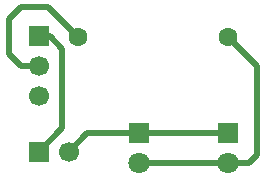
<source format=gbr>
%TF.GenerationSoftware,KiCad,Pcbnew,9.0.6-9.0.6~ubuntu24.04.1*%
%TF.CreationDate,2025-12-18T10:31:20+07:00*%
%TF.ProjectId,lamp,6c616d70-2e6b-4696-9361-645f70636258,rev?*%
%TF.SameCoordinates,Original*%
%TF.FileFunction,Copper,L1,Top*%
%TF.FilePolarity,Positive*%
%FSLAX46Y46*%
G04 Gerber Fmt 4.6, Leading zero omitted, Abs format (unit mm)*
G04 Created by KiCad (PCBNEW 9.0.6-9.0.6~ubuntu24.04.1) date 2025-12-18 10:31:20*
%MOMM*%
%LPD*%
G01*
G04 APERTURE LIST*
%TA.AperFunction,ComponentPad*%
%ADD10C,1.600000*%
%TD*%
%TA.AperFunction,ComponentPad*%
%ADD11R,1.800000X1.800000*%
%TD*%
%TA.AperFunction,ComponentPad*%
%ADD12C,1.800000*%
%TD*%
%TA.AperFunction,ComponentPad*%
%ADD13R,1.700000X1.700000*%
%TD*%
%TA.AperFunction,ComponentPad*%
%ADD14C,1.700000*%
%TD*%
%TA.AperFunction,Conductor*%
%ADD15C,0.500000*%
%TD*%
G04 APERTURE END LIST*
D10*
%TO.P,R1,1*%
%TO.N,Net-(J2-Pin_2)*%
X121800000Y-101500000D03*
%TO.P,R1,2*%
%TO.N,Net-(D1-A)*%
X134500000Y-101500000D03*
%TD*%
D11*
%TO.P,D2,1,K*%
%TO.N,Net-(D1-K)*%
X127000000Y-109662500D03*
D12*
%TO.P,D2,2,A*%
%TO.N,Net-(D1-A)*%
X127000000Y-112202500D03*
%TD*%
D13*
%TO.P,J1,1,Pin_1*%
%TO.N,Net-(J1-Pin_1)*%
X118500000Y-111225000D03*
D14*
%TO.P,J1,2,Pin_2*%
%TO.N,Net-(D1-K)*%
X121040000Y-111225000D03*
%TD*%
D11*
%TO.P,D1,1,K*%
%TO.N,Net-(D1-K)*%
X134500000Y-109637500D03*
D12*
%TO.P,D1,2,A*%
%TO.N,Net-(D1-A)*%
X134500000Y-112177500D03*
%TD*%
D13*
%TO.P,J2,1,Pin_1*%
%TO.N,Net-(J1-Pin_1)*%
X118500000Y-101460000D03*
D14*
%TO.P,J2,2,Pin_2*%
%TO.N,Net-(J2-Pin_2)*%
X118500000Y-104000000D03*
%TO.P,J2,3,Pin_3*%
%TO.N,unconnected-(J2-Pin_3-Pad3)*%
X118500000Y-106540000D03*
%TD*%
D15*
%TO.N,Net-(D1-K)*%
X134500000Y-109637500D02*
X127025000Y-109637500D01*
X121040000Y-111225000D02*
X122602500Y-109662500D01*
X122602500Y-109662500D02*
X127000000Y-109662500D01*
X127025000Y-109637500D02*
X127000000Y-109662500D01*
%TO.N,Net-(D1-A)*%
X136322500Y-112177500D02*
X134500000Y-112177500D01*
X137000000Y-111500000D02*
X136322500Y-112177500D01*
X137000000Y-104000000D02*
X137000000Y-111500000D01*
X134500000Y-101500000D02*
X137000000Y-104000000D01*
X134475000Y-112202500D02*
X134500000Y-112177500D01*
X127000000Y-112202500D02*
X134475000Y-112202500D01*
%TO.N,Net-(J1-Pin_1)*%
X119460000Y-101460000D02*
X120500000Y-102500000D01*
X118500000Y-101460000D02*
X119460000Y-101460000D01*
X120500000Y-102500000D02*
X120500000Y-109225000D01*
X120500000Y-109225000D02*
X118500000Y-111225000D01*
%TO.N,Net-(J2-Pin_2)*%
X118500000Y-104000000D02*
X117000000Y-104000000D01*
X116000000Y-103000000D02*
X116000000Y-100000000D01*
X119300000Y-99000000D02*
X121800000Y-101500000D01*
X116000000Y-100000000D02*
X117000000Y-99000000D01*
X117000000Y-104000000D02*
X116000000Y-103000000D01*
X117000000Y-99000000D02*
X119300000Y-99000000D01*
%TD*%
M02*

</source>
